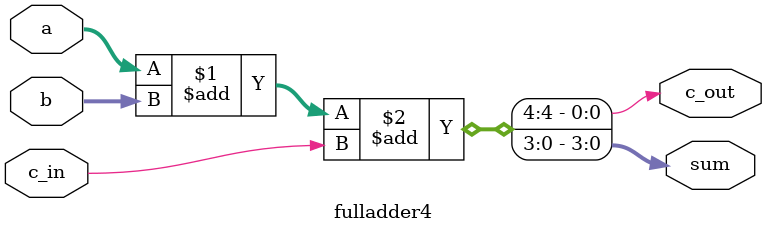
<source format=v>
module fulladder4 (
    input [3:0] a, b, 
    input c_in,
    output [3:0] sum, 
    output c_out
);

assign {c_out, sum} = a + b + c_in;

endmodule
</source>
